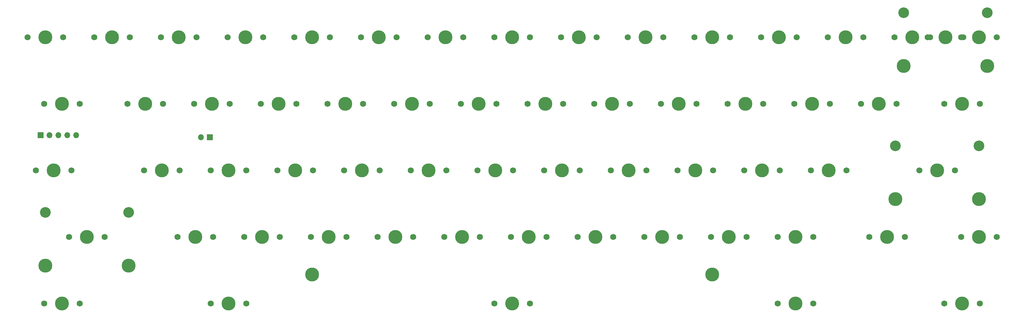
<source format=gts>
%TF.GenerationSoftware,KiCad,Pcbnew,(7.0.0-0)*%
%TF.CreationDate,2023-06-06T22:56:57-07:00*%
%TF.ProjectId,popstar_plateless_with_flex_cuts,706f7073-7461-4725-9f70-6c6174656c65,rev?*%
%TF.SameCoordinates,Original*%
%TF.FileFunction,Soldermask,Top*%
%TF.FilePolarity,Negative*%
%FSLAX46Y46*%
G04 Gerber Fmt 4.6, Leading zero omitted, Abs format (unit mm)*
G04 Created by KiCad (PCBNEW (7.0.0-0)) date 2023-06-06 22:56:57*
%MOMM*%
%LPD*%
G01*
G04 APERTURE LIST*
%ADD10C,1.750000*%
%ADD11C,3.987800*%
%ADD12C,3.048000*%
%ADD13R,1.700000X1.700000*%
%ADD14O,1.700000X1.700000*%
G04 APERTURE END LIST*
D10*
%TO.C,SW15*%
X293370000Y-41275000D03*
D11*
X298450000Y-41275000D03*
D10*
X303530000Y-41275000D03*
%TD*%
%TO.C,SW22*%
X140970000Y-60325000D03*
D11*
X146050000Y-60325000D03*
D10*
X151130000Y-60325000D03*
%TD*%
D12*
%TO.C,S1*%
X286543750Y-34290000D03*
D11*
X286543750Y-49530000D03*
D12*
X310356250Y-34290000D03*
D11*
X310356250Y-49530000D03*
%TD*%
D10*
%TO.C,SW55*%
X302895000Y-98425000D03*
D11*
X307975000Y-98425000D03*
D10*
X313055000Y-98425000D03*
%TD*%
%TO.C,SW29*%
X274320000Y-60325000D03*
D11*
X279400000Y-60325000D03*
D10*
X284480000Y-60325000D03*
%TD*%
%TO.C,SW33*%
X107632500Y-79375000D03*
D11*
X112712500Y-79375000D03*
D10*
X117792500Y-79375000D03*
%TD*%
%TO.C,SW25*%
X198120000Y-60325000D03*
D11*
X203200000Y-60325000D03*
D10*
X208280000Y-60325000D03*
%TD*%
%TO.C,SW53*%
X250507500Y-98425000D03*
D11*
X255587500Y-98425000D03*
D10*
X260667500Y-98425000D03*
%TD*%
%TO.C,SW17*%
X40957500Y-60325000D03*
D11*
X46037500Y-60325000D03*
D10*
X51117500Y-60325000D03*
%TD*%
%TO.C,SW41*%
X260032500Y-79375000D03*
D11*
X265112500Y-79375000D03*
D10*
X270192500Y-79375000D03*
%TD*%
D12*
%TO.C,S2*%
X284162500Y-72390000D03*
D11*
X284162500Y-87630000D03*
D12*
X307975000Y-72390000D03*
D11*
X307975000Y-87630000D03*
%TD*%
D10*
%TO.C,SW36*%
X164782500Y-79375000D03*
D11*
X169862500Y-79375000D03*
D10*
X174942500Y-79375000D03*
%TD*%
%TO.C,SW47*%
X136207500Y-98425000D03*
D11*
X141287500Y-98425000D03*
D10*
X146367500Y-98425000D03*
%TD*%
%TO.C,SW11*%
X207645000Y-41275000D03*
D11*
X212725000Y-41275000D03*
D10*
X217805000Y-41275000D03*
%TD*%
%TO.C,SW45*%
X98107500Y-98425000D03*
D11*
X103187500Y-98425000D03*
D10*
X108267500Y-98425000D03*
%TD*%
%TO.C,SW57*%
X88582500Y-117475000D03*
D11*
X93662500Y-117475000D03*
D10*
X98742500Y-117475000D03*
%TD*%
%TO.C,SW56*%
X40957500Y-117475000D03*
D11*
X46037500Y-117475000D03*
D10*
X51117500Y-117475000D03*
%TD*%
%TO.C,SW24*%
X179070000Y-60325000D03*
D11*
X184150000Y-60325000D03*
D10*
X189230000Y-60325000D03*
%TD*%
%TO.C,SW59*%
X250507500Y-117475000D03*
D11*
X255587500Y-117475000D03*
D10*
X260667500Y-117475000D03*
%TD*%
%TO.C,SW7*%
X131445000Y-41275000D03*
D11*
X136525000Y-41275000D03*
D10*
X141605000Y-41275000D03*
%TD*%
%TO.C,SW20*%
X102870000Y-60325000D03*
D11*
X107950000Y-60325000D03*
D10*
X113030000Y-60325000D03*
%TD*%
%TO.C,SW2*%
X36195000Y-41275000D03*
D11*
X41275000Y-41275000D03*
D10*
X46355000Y-41275000D03*
%TD*%
%TO.C,SW31*%
X69532500Y-79375000D03*
D11*
X74612500Y-79375000D03*
D10*
X79692500Y-79375000D03*
%TD*%
%TO.C,SW27*%
X236220000Y-60325000D03*
D11*
X241300000Y-60325000D03*
D10*
X246380000Y-60325000D03*
%TD*%
%TO.C,SW32*%
X88582500Y-79375000D03*
D11*
X93662500Y-79375000D03*
D10*
X98742500Y-79375000D03*
%TD*%
%TO.C,SW34*%
X126682500Y-79375000D03*
D11*
X131762500Y-79375000D03*
D10*
X136842500Y-79375000D03*
%TD*%
%TO.C,SW37*%
X183832500Y-79375000D03*
D11*
X188912500Y-79375000D03*
D10*
X193992500Y-79375000D03*
%TD*%
%TO.C,SW10*%
X188595000Y-41275000D03*
D11*
X193675000Y-41275000D03*
D10*
X198755000Y-41275000D03*
%TD*%
%TO.C,SW21*%
X121920000Y-60325000D03*
D11*
X127000000Y-60325000D03*
D10*
X132080000Y-60325000D03*
%TD*%
%TO.C,SW3*%
X55245000Y-41275000D03*
D11*
X60325000Y-41275000D03*
D10*
X65405000Y-41275000D03*
%TD*%
%TO.C,SW38*%
X202882500Y-79375000D03*
D11*
X207962500Y-79375000D03*
D10*
X213042500Y-79375000D03*
%TD*%
%TO.C,SW50*%
X193357500Y-98425000D03*
D11*
X198437500Y-98425000D03*
D10*
X203517500Y-98425000D03*
%TD*%
%TO.C,SW52*%
X231457500Y-98425000D03*
D11*
X236537500Y-98425000D03*
D10*
X241617500Y-98425000D03*
%TD*%
%TO.C,SW13*%
X245745000Y-41275000D03*
D11*
X250825000Y-41275000D03*
D10*
X255905000Y-41275000D03*
%TD*%
%TO.C,SW35*%
X145732500Y-79375000D03*
D11*
X150812500Y-79375000D03*
D10*
X155892500Y-79375000D03*
%TD*%
%TO.C,SW39*%
X221932500Y-79375000D03*
D11*
X227012500Y-79375000D03*
D10*
X232092500Y-79375000D03*
%TD*%
%TO.C,SW23*%
X160020000Y-60325000D03*
D11*
X165100000Y-60325000D03*
D10*
X170180000Y-60325000D03*
%TD*%
%TO.C,SW51*%
X212407500Y-98425000D03*
D11*
X217487500Y-98425000D03*
D10*
X222567500Y-98425000D03*
%TD*%
%TO.C,SW43*%
X48101250Y-98425000D03*
D11*
X53181250Y-98425000D03*
D10*
X58261250Y-98425000D03*
%TD*%
%TO.C,SW61*%
X302895000Y-41275000D03*
D11*
X307975000Y-41275000D03*
D10*
X313055000Y-41275000D03*
%TD*%
%TO.C,SW44*%
X79057500Y-98425000D03*
D11*
X84137500Y-98425000D03*
D10*
X89217500Y-98425000D03*
%TD*%
%TO.C,SW58*%
X169545000Y-117475000D03*
D11*
X174625000Y-117475000D03*
D10*
X179705000Y-117475000D03*
%TD*%
D11*
%TO.C,S3*%
X231775000Y-109220000D03*
X117475000Y-109220000D03*
%TD*%
D10*
%TO.C,SW18*%
X64770000Y-60325000D03*
D11*
X69850000Y-60325000D03*
D10*
X74930000Y-60325000D03*
%TD*%
%TO.C,SW5*%
X93345000Y-41275000D03*
D11*
X98425000Y-41275000D03*
D10*
X103505000Y-41275000D03*
%TD*%
%TO.C,SW6*%
X112395000Y-41275000D03*
D11*
X117475000Y-41275000D03*
D10*
X122555000Y-41275000D03*
%TD*%
%TO.C,SW28*%
X255270000Y-60325000D03*
D11*
X260350000Y-60325000D03*
D10*
X265430000Y-60325000D03*
%TD*%
%TO.C,SW48*%
X155257500Y-98425000D03*
D11*
X160337500Y-98425000D03*
D10*
X165417500Y-98425000D03*
%TD*%
%TO.C,SW60*%
X298132500Y-117475000D03*
D11*
X303212500Y-117475000D03*
D10*
X308292500Y-117475000D03*
%TD*%
%TO.C,SW49*%
X174307500Y-98425000D03*
D11*
X179387500Y-98425000D03*
D10*
X184467500Y-98425000D03*
%TD*%
%TO.C,SW30*%
X38576250Y-79375000D03*
D11*
X43656250Y-79375000D03*
D10*
X48736250Y-79375000D03*
%TD*%
%TO.C,SW26*%
X217170000Y-60325000D03*
D11*
X222250000Y-60325000D03*
D10*
X227330000Y-60325000D03*
%TD*%
%TO.C,SW62*%
X298132500Y-60325000D03*
D11*
X303212500Y-60325000D03*
D10*
X308292500Y-60325000D03*
%TD*%
%TO.C,SW16*%
X283845000Y-41275000D03*
D11*
X288925000Y-41275000D03*
D10*
X294005000Y-41275000D03*
%TD*%
%TO.C,SW14*%
X264795000Y-41275000D03*
D11*
X269875000Y-41275000D03*
D10*
X274955000Y-41275000D03*
%TD*%
%TO.C,SW46*%
X117157500Y-98425000D03*
D11*
X122237500Y-98425000D03*
D10*
X127317500Y-98425000D03*
%TD*%
%TO.C,SW40*%
X240982500Y-79375000D03*
D11*
X246062500Y-79375000D03*
D10*
X251142500Y-79375000D03*
%TD*%
D12*
%TO.C,S4*%
X41275000Y-91440000D03*
D11*
X41275000Y-106680000D03*
D12*
X65087500Y-91440000D03*
D11*
X65087500Y-106680000D03*
%TD*%
D10*
%TO.C,SW12*%
X226695000Y-41275000D03*
D11*
X231775000Y-41275000D03*
D10*
X236855000Y-41275000D03*
%TD*%
%TO.C,SW9*%
X169545000Y-41275000D03*
D11*
X174625000Y-41275000D03*
D10*
X179705000Y-41275000D03*
%TD*%
%TO.C,SW19*%
X83820000Y-60325000D03*
D11*
X88900000Y-60325000D03*
D10*
X93980000Y-60325000D03*
%TD*%
%TO.C,SW42*%
X290988750Y-79375000D03*
D11*
X296068750Y-79375000D03*
D10*
X301148750Y-79375000D03*
%TD*%
%TO.C,SW4*%
X74295000Y-41275000D03*
D11*
X79375000Y-41275000D03*
D10*
X84455000Y-41275000D03*
%TD*%
%TO.C,SW8*%
X150495000Y-41275000D03*
D11*
X155575000Y-41275000D03*
D10*
X160655000Y-41275000D03*
%TD*%
%TO.C,SW54*%
X276701250Y-98425000D03*
D11*
X281781250Y-98425000D03*
D10*
X286861250Y-98425000D03*
%TD*%
D13*
%TO.C,J2*%
X39919999Y-69341999D03*
D14*
X42459999Y-69341999D03*
X44999999Y-69341999D03*
X47539999Y-69341999D03*
X50079999Y-69341999D03*
%TD*%
D13*
%TO.C,SW1*%
X88336249Y-69874999D03*
D14*
X85796249Y-69874999D03*
%TD*%
M02*

</source>
